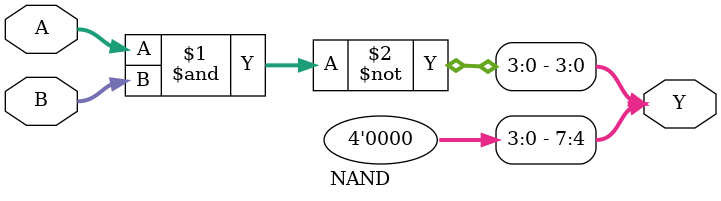
<source format=v>
module NAND(input [3:0] A, B, output [7:0] Y);
    assign Y = {4'b0000, ~(A & B)};
endmodule
</source>
